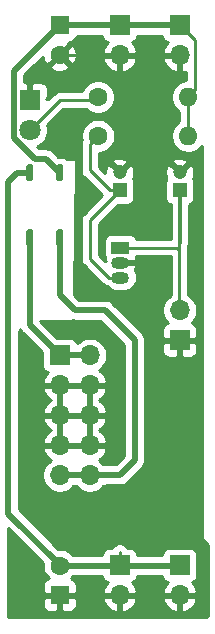
<source format=gtl>
%TF.GenerationSoftware,KiCad,Pcbnew,(5.1.10-1-10_14)*%
%TF.CreationDate,2021-06-08T13:14:51-07:00*%
%TF.ProjectId,EurorackBBPS,4575726f-7261-4636-9b42-4250532e6b69,rev?*%
%TF.SameCoordinates,Original*%
%TF.FileFunction,Copper,L1,Top*%
%TF.FilePolarity,Positive*%
%FSLAX46Y46*%
G04 Gerber Fmt 4.6, Leading zero omitted, Abs format (unit mm)*
G04 Created by KiCad (PCBNEW (5.1.10-1-10_14)) date 2021-06-08 13:14:51*
%MOMM*%
%LPD*%
G01*
G04 APERTURE LIST*
%TA.AperFunction,ComponentPad*%
%ADD10O,1.600000X1.600000*%
%TD*%
%TA.AperFunction,ComponentPad*%
%ADD11C,1.600000*%
%TD*%
%TA.AperFunction,ComponentPad*%
%ADD12C,1.800000*%
%TD*%
%TA.AperFunction,ComponentPad*%
%ADD13R,1.800000X1.800000*%
%TD*%
%TA.AperFunction,ComponentPad*%
%ADD14C,1.200000*%
%TD*%
%TA.AperFunction,ComponentPad*%
%ADD15R,1.200000X1.200000*%
%TD*%
%TA.AperFunction,ComponentPad*%
%ADD16O,1.700000X1.700000*%
%TD*%
%TA.AperFunction,ComponentPad*%
%ADD17R,1.700000X1.700000*%
%TD*%
%TA.AperFunction,ComponentPad*%
%ADD18R,1.500000X1.050000*%
%TD*%
%TA.AperFunction,ComponentPad*%
%ADD19O,1.500000X1.050000*%
%TD*%
%TA.AperFunction,ComponentPad*%
%ADD20R,1.600000X1.600000*%
%TD*%
%TA.AperFunction,Conductor*%
%ADD21C,0.250000*%
%TD*%
%TA.AperFunction,Conductor*%
%ADD22C,0.500000*%
%TD*%
%TA.AperFunction,Conductor*%
%ADD23C,0.254000*%
%TD*%
%TA.AperFunction,Conductor*%
%ADD24C,0.100000*%
%TD*%
G04 APERTURE END LIST*
D10*
%TO.P,R1,2*%
%TO.N,+12V*%
X159476017Y-85556638D03*
D11*
%TO.P,R1,1*%
%TO.N,Net-(C3-Pad1)*%
X151856017Y-85556638D03*
%TD*%
D10*
%TO.P,R2,2*%
%TO.N,+12V*%
X159458035Y-82283880D03*
D11*
%TO.P,R2,1*%
%TO.N,Net-(D1-Pad2)*%
X151838035Y-82283880D03*
%TD*%
D12*
%TO.P,PWR,2*%
%TO.N,Net-(D1-Pad2)*%
X146050000Y-85090000D03*
D13*
%TO.P,PWR,1*%
%TO.N,GND*%
X146050000Y-82550000D03*
%TD*%
D14*
%TO.P,C4,2*%
%TO.N,GND*%
X158750000Y-88670000D03*
D15*
%TO.P,C4,1*%
%TO.N,+5V*%
X158750000Y-90170000D03*
%TD*%
D14*
%TO.P,C3,2*%
%TO.N,GND*%
X153670000Y-88670000D03*
D15*
%TO.P,C3,1*%
%TO.N,Net-(C3-Pad1)*%
X153670000Y-90170000D03*
%TD*%
%TO.P,MB1S,4*%
%TO.N,Net-(BR1-Pad4)*%
%TA.AperFunction,SMDPad,CuDef*%
G36*
G01*
X148452500Y-93465000D02*
X148727500Y-93465000D01*
G75*
G02*
X148865000Y-93602500I0J-137500D01*
G01*
X148865000Y-94777500D01*
G75*
G02*
X148727500Y-94915000I-137500J0D01*
G01*
X148452500Y-94915000D01*
G75*
G02*
X148315000Y-94777500I0J137500D01*
G01*
X148315000Y-93602500D01*
G75*
G02*
X148452500Y-93465000I137500J0D01*
G01*
G37*
%TD.AperFunction*%
%TO.P,MB1S,3*%
%TO.N,Net-(BR1-Pad3)*%
%TA.AperFunction,SMDPad,CuDef*%
G36*
G01*
X145912500Y-93465000D02*
X146187500Y-93465000D01*
G75*
G02*
X146325000Y-93602500I0J-137500D01*
G01*
X146325000Y-94777500D01*
G75*
G02*
X146187500Y-94915000I-137500J0D01*
G01*
X145912500Y-94915000D01*
G75*
G02*
X145775000Y-94777500I0J137500D01*
G01*
X145775000Y-93602500D01*
G75*
G02*
X145912500Y-93465000I137500J0D01*
G01*
G37*
%TD.AperFunction*%
%TO.P,MB1S,2*%
%TO.N,-12V*%
%TA.AperFunction,SMDPad,CuDef*%
G36*
G01*
X145912500Y-87965000D02*
X146187500Y-87965000D01*
G75*
G02*
X146325000Y-88102500I0J-137500D01*
G01*
X146325000Y-89277500D01*
G75*
G02*
X146187500Y-89415000I-137500J0D01*
G01*
X145912500Y-89415000D01*
G75*
G02*
X145775000Y-89277500I0J137500D01*
G01*
X145775000Y-88102500D01*
G75*
G02*
X145912500Y-87965000I137500J0D01*
G01*
G37*
%TD.AperFunction*%
%TO.P,MB1S,1*%
%TO.N,+12V*%
%TA.AperFunction,SMDPad,CuDef*%
G36*
G01*
X148452500Y-87965000D02*
X148727500Y-87965000D01*
G75*
G02*
X148865000Y-88102500I0J-137500D01*
G01*
X148865000Y-89277500D01*
G75*
G02*
X148727500Y-89415000I-137500J0D01*
G01*
X148452500Y-89415000D01*
G75*
G02*
X148315000Y-89277500I0J137500D01*
G01*
X148315000Y-88102500D01*
G75*
G02*
X148452500Y-87965000I137500J0D01*
G01*
G37*
%TD.AperFunction*%
%TD*%
D16*
%TO.P,J1,10*%
%TO.N,Net-(BR1-Pad4)*%
X151130000Y-114300000D03*
%TO.P,J1,9*%
X148590000Y-114300000D03*
%TO.P,J1,8*%
%TO.N,GND*%
X151130000Y-111760000D03*
%TO.P,J1,7*%
X148590000Y-111760000D03*
%TO.P,J1,6*%
X151130000Y-109220000D03*
%TO.P,J1,5*%
X148590000Y-109220000D03*
%TO.P,J1,4*%
X151130000Y-106680000D03*
%TO.P,J1,3*%
X148590000Y-106680000D03*
%TO.P,J1,2*%
%TO.N,Net-(BR1-Pad3)*%
X151130000Y-104140000D03*
D17*
%TO.P,J1,1*%
X148590000Y-104140000D03*
%TD*%
D18*
%TO.P,78L05,1*%
%TO.N,+5V*%
X153724612Y-95023392D03*
D19*
%TO.P,78L05,3*%
%TO.N,Net-(C3-Pad1)*%
X153724612Y-97563392D03*
%TO.P,78L05,2*%
%TO.N,GND*%
X153724612Y-96293392D03*
%TD*%
D16*
%TO.P,GND,2*%
%TO.N,+5V*%
X158750000Y-100330000D03*
D17*
%TO.P,GND,1*%
%TO.N,GND*%
X158750000Y-102870000D03*
%TD*%
D20*
%TO.P,C2,1*%
%TO.N,GND*%
X148590000Y-124460000D03*
D11*
%TO.P,C2,2*%
%TO.N,-12V*%
X148590000Y-121960000D03*
%TD*%
%TO.P,C1,2*%
%TO.N,GND*%
X148590000Y-78700000D03*
D20*
%TO.P,C1,1*%
%TO.N,+12V*%
X148590000Y-76200000D03*
%TD*%
D17*
%TO.P,J2,1*%
%TO.N,+12V*%
X153670000Y-76200000D03*
D16*
%TO.P,J2,2*%
%TO.N,GND*%
X153670000Y-78740000D03*
%TD*%
%TO.P,J3,2*%
%TO.N,GND*%
X158750000Y-78740000D03*
D17*
%TO.P,J3,1*%
%TO.N,+12V*%
X158750000Y-76200000D03*
%TD*%
%TO.P,J4,1*%
%TO.N,-12V*%
X158750000Y-121920000D03*
D16*
%TO.P,J4,2*%
%TO.N,GND*%
X158750000Y-124460000D03*
%TD*%
%TO.P,J5,2*%
%TO.N,GND*%
X153670000Y-124460000D03*
D17*
%TO.P,J5,1*%
%TO.N,-12V*%
X153670000Y-121920000D03*
%TD*%
D21*
%TO.N,+12V*%
X158750000Y-76200000D02*
X153670000Y-76200000D01*
X153670000Y-76200000D02*
X148590000Y-76200000D01*
D22*
X148590000Y-76200000D02*
X158750000Y-76200000D01*
X148590000Y-76200000D02*
X147339999Y-77450001D01*
X144699999Y-85738001D02*
X144699999Y-80090001D01*
X146476988Y-87514990D02*
X144699999Y-85738001D01*
X144699999Y-80090001D02*
X148590000Y-76200000D01*
X147414990Y-87514990D02*
X146476988Y-87514990D01*
X148590000Y-88690000D02*
X147414990Y-87514990D01*
D21*
X158750000Y-76200000D02*
X160020000Y-77470000D01*
X160020000Y-82017549D02*
X159464441Y-82573108D01*
X159476017Y-82301862D02*
X159458035Y-82283880D01*
X159476017Y-85556638D02*
X159476017Y-82301862D01*
X160020000Y-81721915D02*
X159458035Y-82283880D01*
X160020000Y-77470000D02*
X160020000Y-81721915D01*
%TO.N,GND*%
X148630000Y-78740000D02*
X148590000Y-78700000D01*
X158750000Y-78740000D02*
X148630000Y-78740000D01*
%TO.N,-12V*%
X153630000Y-121960000D02*
X153670000Y-121920000D01*
X153670000Y-120814829D02*
X153670000Y-121920000D01*
D22*
X146050000Y-88690000D02*
X144990000Y-88690000D01*
X144990000Y-88690000D02*
X144217499Y-89462501D01*
X144217499Y-89462501D02*
X144217499Y-117547499D01*
X148590000Y-121920000D02*
X148590000Y-121960000D01*
X144217499Y-117547499D02*
X148590000Y-121920000D01*
X158710000Y-121960000D02*
X158750000Y-121920000D01*
X148590000Y-121960000D02*
X158710000Y-121960000D01*
D21*
%TO.N,+5V*%
X158750000Y-90170000D02*
X158750000Y-94627175D01*
X158730305Y-90189695D02*
X158750000Y-90170000D01*
X158523392Y-95023392D02*
X158730305Y-95230305D01*
X153724612Y-95023392D02*
X158523392Y-95023392D01*
X158730305Y-95230305D02*
X158730305Y-90189695D01*
X158730305Y-100330000D02*
X158730305Y-95230305D01*
D22*
%TO.N,Net-(BR1-Pad4)*%
X148590000Y-114300000D02*
X151130000Y-114300000D01*
X149860000Y-100330000D02*
X148590000Y-99060000D01*
X152400000Y-100330000D02*
X149860000Y-100330000D01*
X154940000Y-102870000D02*
X152400000Y-100330000D01*
X148590000Y-99060000D02*
X148590000Y-94190000D01*
X154940000Y-113030000D02*
X154940000Y-102870000D01*
X153700001Y-114269999D02*
X154940000Y-113030000D01*
X152430001Y-114269999D02*
X153700001Y-114269999D01*
X152400000Y-114300000D02*
X152430001Y-114269999D01*
X151130000Y-114300000D02*
X152400000Y-114300000D01*
%TO.N,Net-(BR1-Pad3)*%
X148590000Y-104140000D02*
X151130000Y-104140000D01*
X146050000Y-101600000D02*
X148590000Y-104140000D01*
X146050000Y-94190000D02*
X146050000Y-101600000D01*
D21*
%TO.N,Net-(C3-Pad1)*%
X151130000Y-95968780D02*
X152724612Y-97563392D01*
X151130000Y-92710000D02*
X151130000Y-95968780D01*
X152724612Y-97563392D02*
X153724612Y-97563392D01*
X153670000Y-90170000D02*
X151130000Y-92710000D01*
X152820000Y-90170000D02*
X151130000Y-88480000D01*
X153670000Y-90170000D02*
X152820000Y-90170000D01*
X151130000Y-86282655D02*
X151856017Y-85556638D01*
X151130000Y-88480000D02*
X151130000Y-86282655D01*
%TO.N,Net-(D1-Pad2)*%
X151821333Y-82550000D02*
X151844441Y-82573108D01*
X146050000Y-85090000D02*
X148590000Y-82550000D01*
X151571915Y-82550000D02*
X151838035Y-82283880D01*
X148590000Y-82550000D02*
X151571915Y-82550000D01*
%TD*%
D23*
%TO.N,GND*%
X152194188Y-77174482D02*
X152230498Y-77294180D01*
X152289463Y-77404494D01*
X152368815Y-77501185D01*
X152465506Y-77580537D01*
X152575820Y-77639502D01*
X152656466Y-77663966D01*
X152572412Y-77739731D01*
X152398359Y-77973080D01*
X152273175Y-78235901D01*
X152228524Y-78383110D01*
X152349845Y-78613000D01*
X153543000Y-78613000D01*
X153543000Y-78593000D01*
X153797000Y-78593000D01*
X153797000Y-78613000D01*
X154990155Y-78613000D01*
X155111476Y-78383110D01*
X155066825Y-78235901D01*
X154941641Y-77973080D01*
X154767588Y-77739731D01*
X154683534Y-77663966D01*
X154764180Y-77639502D01*
X154874494Y-77580537D01*
X154971185Y-77501185D01*
X155050537Y-77404494D01*
X155109502Y-77294180D01*
X155145812Y-77174482D01*
X155154625Y-77085000D01*
X157265375Y-77085000D01*
X157274188Y-77174482D01*
X157310498Y-77294180D01*
X157369463Y-77404494D01*
X157448815Y-77501185D01*
X157545506Y-77580537D01*
X157655820Y-77639502D01*
X157736466Y-77663966D01*
X157652412Y-77739731D01*
X157478359Y-77973080D01*
X157353175Y-78235901D01*
X157308524Y-78383110D01*
X157429845Y-78613000D01*
X158623000Y-78613000D01*
X158623000Y-78593000D01*
X158877000Y-78593000D01*
X158877000Y-78613000D01*
X158897000Y-78613000D01*
X158897000Y-78867000D01*
X158877000Y-78867000D01*
X158877000Y-80060814D01*
X159106891Y-80181481D01*
X159260001Y-80127168D01*
X159260001Y-80860158D01*
X159039461Y-80904027D01*
X158778308Y-81012200D01*
X158543276Y-81169243D01*
X158343398Y-81369121D01*
X158186355Y-81604153D01*
X158078182Y-81865306D01*
X158023035Y-82142545D01*
X158023035Y-82425215D01*
X158078182Y-82702454D01*
X158186355Y-82963607D01*
X158343398Y-83198639D01*
X158543276Y-83398517D01*
X158716018Y-83513939D01*
X158716017Y-84338594D01*
X158561258Y-84442001D01*
X158361380Y-84641879D01*
X158204337Y-84876911D01*
X158096164Y-85138064D01*
X158041017Y-85415303D01*
X158041017Y-85697973D01*
X158096164Y-85975212D01*
X158204337Y-86236365D01*
X158361380Y-86471397D01*
X158561258Y-86671275D01*
X158796290Y-86828318D01*
X159057443Y-86936491D01*
X159334682Y-86991638D01*
X159617352Y-86991638D01*
X159894591Y-86936491D01*
X160155744Y-86828318D01*
X160390776Y-86671275D01*
X160590654Y-86471397D01*
X160630001Y-86412510D01*
X160630000Y-119347591D01*
X160626808Y-119380000D01*
X160630000Y-119412409D01*
X160630000Y-119412418D01*
X160639550Y-119509382D01*
X160677290Y-119633792D01*
X160738575Y-119748450D01*
X160786689Y-119807076D01*
X160821052Y-119848948D01*
X160846236Y-119869616D01*
X161163000Y-120186380D01*
X161163000Y-126193620D01*
X161016620Y-126340000D01*
X144170000Y-126340000D01*
X144170000Y-125260000D01*
X147151928Y-125260000D01*
X147164188Y-125384482D01*
X147200498Y-125504180D01*
X147259463Y-125614494D01*
X147338815Y-125711185D01*
X147435506Y-125790537D01*
X147545820Y-125849502D01*
X147665518Y-125885812D01*
X147790000Y-125898072D01*
X148304250Y-125895000D01*
X148463000Y-125736250D01*
X148463000Y-124587000D01*
X148717000Y-124587000D01*
X148717000Y-125736250D01*
X148875750Y-125895000D01*
X149390000Y-125898072D01*
X149514482Y-125885812D01*
X149634180Y-125849502D01*
X149744494Y-125790537D01*
X149841185Y-125711185D01*
X149920537Y-125614494D01*
X149979502Y-125504180D01*
X150015812Y-125384482D01*
X150028072Y-125260000D01*
X150025425Y-124816890D01*
X152228524Y-124816890D01*
X152273175Y-124964099D01*
X152398359Y-125226920D01*
X152572412Y-125460269D01*
X152788645Y-125655178D01*
X153038748Y-125804157D01*
X153313109Y-125901481D01*
X153543000Y-125780814D01*
X153543000Y-124587000D01*
X153797000Y-124587000D01*
X153797000Y-125780814D01*
X154026891Y-125901481D01*
X154301252Y-125804157D01*
X154551355Y-125655178D01*
X154767588Y-125460269D01*
X154941641Y-125226920D01*
X155066825Y-124964099D01*
X155111476Y-124816890D01*
X157308524Y-124816890D01*
X157353175Y-124964099D01*
X157478359Y-125226920D01*
X157652412Y-125460269D01*
X157868645Y-125655178D01*
X158118748Y-125804157D01*
X158393109Y-125901481D01*
X158623000Y-125780814D01*
X158623000Y-124587000D01*
X158877000Y-124587000D01*
X158877000Y-125780814D01*
X159106891Y-125901481D01*
X159381252Y-125804157D01*
X159631355Y-125655178D01*
X159847588Y-125460269D01*
X160021641Y-125226920D01*
X160146825Y-124964099D01*
X160191476Y-124816890D01*
X160070155Y-124587000D01*
X158877000Y-124587000D01*
X158623000Y-124587000D01*
X157429845Y-124587000D01*
X157308524Y-124816890D01*
X155111476Y-124816890D01*
X154990155Y-124587000D01*
X153797000Y-124587000D01*
X153543000Y-124587000D01*
X152349845Y-124587000D01*
X152228524Y-124816890D01*
X150025425Y-124816890D01*
X150025000Y-124745750D01*
X149866250Y-124587000D01*
X148717000Y-124587000D01*
X148463000Y-124587000D01*
X147313750Y-124587000D01*
X147155000Y-124745750D01*
X147151928Y-125260000D01*
X144170000Y-125260000D01*
X144170000Y-118751578D01*
X147168619Y-121750198D01*
X147155000Y-121818665D01*
X147155000Y-122101335D01*
X147210147Y-122378574D01*
X147318320Y-122639727D01*
X147475363Y-122874759D01*
X147641943Y-123041339D01*
X147545820Y-123070498D01*
X147435506Y-123129463D01*
X147338815Y-123208815D01*
X147259463Y-123305506D01*
X147200498Y-123415820D01*
X147164188Y-123535518D01*
X147151928Y-123660000D01*
X147155000Y-124174250D01*
X147313750Y-124333000D01*
X148463000Y-124333000D01*
X148463000Y-124313000D01*
X148717000Y-124313000D01*
X148717000Y-124333000D01*
X149866250Y-124333000D01*
X150025000Y-124174250D01*
X150028072Y-123660000D01*
X150015812Y-123535518D01*
X149979502Y-123415820D01*
X149920537Y-123305506D01*
X149841185Y-123208815D01*
X149744494Y-123129463D01*
X149634180Y-123070498D01*
X149538057Y-123041339D01*
X149704637Y-122874759D01*
X149724521Y-122845000D01*
X152189315Y-122845000D01*
X152194188Y-122894482D01*
X152230498Y-123014180D01*
X152289463Y-123124494D01*
X152368815Y-123221185D01*
X152465506Y-123300537D01*
X152575820Y-123359502D01*
X152656466Y-123383966D01*
X152572412Y-123459731D01*
X152398359Y-123693080D01*
X152273175Y-123955901D01*
X152228524Y-124103110D01*
X152349845Y-124333000D01*
X153543000Y-124333000D01*
X153543000Y-124313000D01*
X153797000Y-124313000D01*
X153797000Y-124333000D01*
X154990155Y-124333000D01*
X155111476Y-124103110D01*
X155066825Y-123955901D01*
X154941641Y-123693080D01*
X154767588Y-123459731D01*
X154683534Y-123383966D01*
X154764180Y-123359502D01*
X154874494Y-123300537D01*
X154971185Y-123221185D01*
X155050537Y-123124494D01*
X155109502Y-123014180D01*
X155145812Y-122894482D01*
X155150685Y-122845000D01*
X157269315Y-122845000D01*
X157274188Y-122894482D01*
X157310498Y-123014180D01*
X157369463Y-123124494D01*
X157448815Y-123221185D01*
X157545506Y-123300537D01*
X157655820Y-123359502D01*
X157736466Y-123383966D01*
X157652412Y-123459731D01*
X157478359Y-123693080D01*
X157353175Y-123955901D01*
X157308524Y-124103110D01*
X157429845Y-124333000D01*
X158623000Y-124333000D01*
X158623000Y-124313000D01*
X158877000Y-124313000D01*
X158877000Y-124333000D01*
X160070155Y-124333000D01*
X160191476Y-124103110D01*
X160146825Y-123955901D01*
X160021641Y-123693080D01*
X159847588Y-123459731D01*
X159763534Y-123383966D01*
X159844180Y-123359502D01*
X159954494Y-123300537D01*
X160051185Y-123221185D01*
X160130537Y-123124494D01*
X160189502Y-123014180D01*
X160225812Y-122894482D01*
X160238072Y-122770000D01*
X160238072Y-121070000D01*
X160225812Y-120945518D01*
X160189502Y-120825820D01*
X160130537Y-120715506D01*
X160051185Y-120618815D01*
X159954494Y-120539463D01*
X159844180Y-120480498D01*
X159724482Y-120444188D01*
X159600000Y-120431928D01*
X157900000Y-120431928D01*
X157775518Y-120444188D01*
X157655820Y-120480498D01*
X157545506Y-120539463D01*
X157448815Y-120618815D01*
X157369463Y-120715506D01*
X157310498Y-120825820D01*
X157274188Y-120945518D01*
X157261928Y-121070000D01*
X157261928Y-121075000D01*
X155158072Y-121075000D01*
X155158072Y-121070000D01*
X155145812Y-120945518D01*
X155109502Y-120825820D01*
X155050537Y-120715506D01*
X154971185Y-120618815D01*
X154874494Y-120539463D01*
X154764180Y-120480498D01*
X154644482Y-120444188D01*
X154520000Y-120431928D01*
X154327090Y-120431928D01*
X154304974Y-120390553D01*
X154210001Y-120274828D01*
X154094275Y-120179855D01*
X153962246Y-120109283D01*
X153818985Y-120065826D01*
X153670000Y-120051152D01*
X153521014Y-120065826D01*
X153377753Y-120109283D01*
X153245724Y-120179855D01*
X153129999Y-120274828D01*
X153035026Y-120390554D01*
X153012911Y-120431928D01*
X152820000Y-120431928D01*
X152695518Y-120444188D01*
X152575820Y-120480498D01*
X152465506Y-120539463D01*
X152368815Y-120618815D01*
X152289463Y-120715506D01*
X152230498Y-120825820D01*
X152194188Y-120945518D01*
X152181928Y-121070000D01*
X152181928Y-121075000D01*
X149724521Y-121075000D01*
X149704637Y-121045241D01*
X149504759Y-120845363D01*
X149269727Y-120688320D01*
X149008574Y-120580147D01*
X148731335Y-120525000D01*
X148448665Y-120525000D01*
X148446925Y-120525346D01*
X145102499Y-117180921D01*
X145102499Y-109576890D01*
X147148524Y-109576890D01*
X147193175Y-109724099D01*
X147318359Y-109986920D01*
X147492412Y-110220269D01*
X147708645Y-110415178D01*
X147834255Y-110490000D01*
X147708645Y-110564822D01*
X147492412Y-110759731D01*
X147318359Y-110993080D01*
X147193175Y-111255901D01*
X147148524Y-111403110D01*
X147269845Y-111633000D01*
X148463000Y-111633000D01*
X148463000Y-109347000D01*
X148717000Y-109347000D01*
X148717000Y-111633000D01*
X151003000Y-111633000D01*
X151003000Y-109347000D01*
X151257000Y-109347000D01*
X151257000Y-111633000D01*
X152450155Y-111633000D01*
X152571476Y-111403110D01*
X152526825Y-111255901D01*
X152401641Y-110993080D01*
X152227588Y-110759731D01*
X152011355Y-110564822D01*
X151885745Y-110490000D01*
X152011355Y-110415178D01*
X152227588Y-110220269D01*
X152401641Y-109986920D01*
X152526825Y-109724099D01*
X152571476Y-109576890D01*
X152450155Y-109347000D01*
X151257000Y-109347000D01*
X151003000Y-109347000D01*
X148717000Y-109347000D01*
X148463000Y-109347000D01*
X147269845Y-109347000D01*
X147148524Y-109576890D01*
X145102499Y-109576890D01*
X145102499Y-107036890D01*
X147148524Y-107036890D01*
X147193175Y-107184099D01*
X147318359Y-107446920D01*
X147492412Y-107680269D01*
X147708645Y-107875178D01*
X147834255Y-107950000D01*
X147708645Y-108024822D01*
X147492412Y-108219731D01*
X147318359Y-108453080D01*
X147193175Y-108715901D01*
X147148524Y-108863110D01*
X147269845Y-109093000D01*
X148463000Y-109093000D01*
X148463000Y-106807000D01*
X148717000Y-106807000D01*
X148717000Y-109093000D01*
X151003000Y-109093000D01*
X151003000Y-106807000D01*
X151257000Y-106807000D01*
X151257000Y-109093000D01*
X152450155Y-109093000D01*
X152571476Y-108863110D01*
X152526825Y-108715901D01*
X152401641Y-108453080D01*
X152227588Y-108219731D01*
X152011355Y-108024822D01*
X151885745Y-107950000D01*
X152011355Y-107875178D01*
X152227588Y-107680269D01*
X152401641Y-107446920D01*
X152526825Y-107184099D01*
X152571476Y-107036890D01*
X152450155Y-106807000D01*
X151257000Y-106807000D01*
X151003000Y-106807000D01*
X148717000Y-106807000D01*
X148463000Y-106807000D01*
X147269845Y-106807000D01*
X147148524Y-107036890D01*
X145102499Y-107036890D01*
X145102499Y-102137868D01*
X145235760Y-101954060D01*
X145310590Y-102094059D01*
X145393468Y-102195046D01*
X145393471Y-102195049D01*
X145421184Y-102228817D01*
X145454951Y-102256529D01*
X147101928Y-103903507D01*
X147101928Y-104990000D01*
X147114188Y-105114482D01*
X147150498Y-105234180D01*
X147209463Y-105344494D01*
X147288815Y-105441185D01*
X147385506Y-105520537D01*
X147495820Y-105579502D01*
X147576466Y-105603966D01*
X147492412Y-105679731D01*
X147318359Y-105913080D01*
X147193175Y-106175901D01*
X147148524Y-106323110D01*
X147269845Y-106553000D01*
X148463000Y-106553000D01*
X148463000Y-106533000D01*
X148717000Y-106533000D01*
X148717000Y-106553000D01*
X151003000Y-106553000D01*
X151003000Y-106533000D01*
X151257000Y-106533000D01*
X151257000Y-106553000D01*
X152450155Y-106553000D01*
X152571476Y-106323110D01*
X152526825Y-106175901D01*
X152401641Y-105913080D01*
X152227588Y-105679731D01*
X152011355Y-105484822D01*
X151894466Y-105415195D01*
X152076632Y-105293475D01*
X152283475Y-105086632D01*
X152445990Y-104843411D01*
X152557932Y-104573158D01*
X152615000Y-104286260D01*
X152615000Y-103993740D01*
X152557932Y-103706842D01*
X152445990Y-103436589D01*
X152283475Y-103193368D01*
X152076632Y-102986525D01*
X151833411Y-102824010D01*
X151563158Y-102712068D01*
X151276260Y-102655000D01*
X150983740Y-102655000D01*
X150696842Y-102712068D01*
X150426589Y-102824010D01*
X150183368Y-102986525D01*
X150051513Y-103118380D01*
X150029502Y-103045820D01*
X149970537Y-102935506D01*
X149891185Y-102838815D01*
X149794494Y-102759463D01*
X149684180Y-102700498D01*
X149564482Y-102664188D01*
X149440000Y-102651928D01*
X148353507Y-102651928D01*
X146935000Y-101233422D01*
X146935000Y-101225461D01*
X149626149Y-101204918D01*
X149647778Y-101202895D01*
X149668960Y-101196871D01*
X149686510Y-101202195D01*
X149816523Y-101215000D01*
X149816533Y-101215000D01*
X149859999Y-101219281D01*
X149903465Y-101215000D01*
X152033422Y-101215000D01*
X154055001Y-103236580D01*
X154055000Y-112663421D01*
X153333423Y-113384999D01*
X152473470Y-113384999D01*
X152430001Y-113380718D01*
X152386532Y-113384999D01*
X152386524Y-113384999D01*
X152309668Y-113392569D01*
X152283475Y-113353368D01*
X152076632Y-113146525D01*
X151894466Y-113024805D01*
X152011355Y-112955178D01*
X152227588Y-112760269D01*
X152401641Y-112526920D01*
X152526825Y-112264099D01*
X152571476Y-112116890D01*
X152450155Y-111887000D01*
X151257000Y-111887000D01*
X151257000Y-111907000D01*
X151003000Y-111907000D01*
X151003000Y-111887000D01*
X148717000Y-111887000D01*
X148717000Y-111907000D01*
X148463000Y-111907000D01*
X148463000Y-111887000D01*
X147269845Y-111887000D01*
X147148524Y-112116890D01*
X147193175Y-112264099D01*
X147318359Y-112526920D01*
X147492412Y-112760269D01*
X147708645Y-112955178D01*
X147825534Y-113024805D01*
X147643368Y-113146525D01*
X147436525Y-113353368D01*
X147274010Y-113596589D01*
X147162068Y-113866842D01*
X147105000Y-114153740D01*
X147105000Y-114446260D01*
X147162068Y-114733158D01*
X147274010Y-115003411D01*
X147436525Y-115246632D01*
X147643368Y-115453475D01*
X147886589Y-115615990D01*
X148156842Y-115727932D01*
X148443740Y-115785000D01*
X148736260Y-115785000D01*
X149023158Y-115727932D01*
X149293411Y-115615990D01*
X149536632Y-115453475D01*
X149743475Y-115246632D01*
X149784656Y-115185000D01*
X149935344Y-115185000D01*
X149976525Y-115246632D01*
X150183368Y-115453475D01*
X150426589Y-115615990D01*
X150696842Y-115727932D01*
X150983740Y-115785000D01*
X151276260Y-115785000D01*
X151563158Y-115727932D01*
X151833411Y-115615990D01*
X152076632Y-115453475D01*
X152283475Y-115246632D01*
X152324656Y-115185000D01*
X152356531Y-115185000D01*
X152400000Y-115189281D01*
X152443469Y-115185000D01*
X152443477Y-115185000D01*
X152573490Y-115172195D01*
X152630177Y-115154999D01*
X153656532Y-115154999D01*
X153700001Y-115159280D01*
X153743470Y-115154999D01*
X153743478Y-115154999D01*
X153873491Y-115142194D01*
X154040314Y-115091588D01*
X154194060Y-115009410D01*
X154328818Y-114898816D01*
X154356535Y-114865043D01*
X155535050Y-113686529D01*
X155568817Y-113658817D01*
X155679411Y-113524059D01*
X155761589Y-113370313D01*
X155812195Y-113203490D01*
X155825000Y-113073477D01*
X155825000Y-113073467D01*
X155829281Y-113030001D01*
X155825000Y-112986535D01*
X155825000Y-103720000D01*
X157261928Y-103720000D01*
X157274188Y-103844482D01*
X157310498Y-103964180D01*
X157369463Y-104074494D01*
X157448815Y-104171185D01*
X157545506Y-104250537D01*
X157655820Y-104309502D01*
X157775518Y-104345812D01*
X157900000Y-104358072D01*
X158464250Y-104355000D01*
X158623000Y-104196250D01*
X158623000Y-102997000D01*
X158877000Y-102997000D01*
X158877000Y-104196250D01*
X159035750Y-104355000D01*
X159600000Y-104358072D01*
X159724482Y-104345812D01*
X159844180Y-104309502D01*
X159954494Y-104250537D01*
X160051185Y-104171185D01*
X160130537Y-104074494D01*
X160189502Y-103964180D01*
X160225812Y-103844482D01*
X160238072Y-103720000D01*
X160235000Y-103155750D01*
X160076250Y-102997000D01*
X158877000Y-102997000D01*
X158623000Y-102997000D01*
X157423750Y-102997000D01*
X157265000Y-103155750D01*
X157261928Y-103720000D01*
X155825000Y-103720000D01*
X155825000Y-102913465D01*
X155829281Y-102869999D01*
X155825000Y-102826533D01*
X155825000Y-102826523D01*
X155812195Y-102696510D01*
X155761589Y-102529687D01*
X155679411Y-102375941D01*
X155649431Y-102339411D01*
X155596532Y-102274953D01*
X155596530Y-102274951D01*
X155568817Y-102241183D01*
X155535049Y-102213470D01*
X153056534Y-99734956D01*
X153028817Y-99701183D01*
X152894059Y-99590589D01*
X152740313Y-99508411D01*
X152573490Y-99457805D01*
X152443477Y-99445000D01*
X152443469Y-99445000D01*
X152400000Y-99440719D01*
X152356531Y-99445000D01*
X150226579Y-99445000D01*
X149788365Y-99006786D01*
X149986981Y-87632217D01*
X149984560Y-87605224D01*
X149977333Y-87581399D01*
X149965597Y-87559443D01*
X149949803Y-87540197D01*
X149930557Y-87524403D01*
X149908601Y-87512667D01*
X149884776Y-87505440D01*
X149860000Y-87503000D01*
X149213662Y-87503000D01*
X149158385Y-87457635D01*
X149024299Y-87385965D01*
X148878807Y-87341830D01*
X148727500Y-87326928D01*
X148478506Y-87326928D01*
X148071524Y-86919946D01*
X148043807Y-86886173D01*
X147909049Y-86775579D01*
X147755303Y-86693401D01*
X147588480Y-86642795D01*
X147458467Y-86629990D01*
X147458459Y-86629990D01*
X147414990Y-86625709D01*
X147371521Y-86629990D01*
X146843567Y-86629990D01*
X146697037Y-86483460D01*
X146777095Y-86450299D01*
X147027991Y-86282655D01*
X150366324Y-86282655D01*
X150370001Y-86319987D01*
X150370000Y-88442677D01*
X150366324Y-88480000D01*
X150370000Y-88517322D01*
X150370000Y-88517332D01*
X150380997Y-88628985D01*
X150399506Y-88690001D01*
X150424454Y-88772246D01*
X150495026Y-88904276D01*
X150517720Y-88931928D01*
X150589999Y-89020001D01*
X150619003Y-89043804D01*
X152170198Y-90595000D01*
X150619003Y-92146196D01*
X150589999Y-92169999D01*
X150534871Y-92237174D01*
X150495026Y-92285724D01*
X150424455Y-92417753D01*
X150424454Y-92417754D01*
X150380997Y-92561015D01*
X150370000Y-92672668D01*
X150370000Y-92672678D01*
X150366324Y-92710000D01*
X150370000Y-92747323D01*
X150370001Y-95931448D01*
X150366324Y-95968780D01*
X150380998Y-96117765D01*
X150424454Y-96261026D01*
X150495026Y-96393056D01*
X150566201Y-96479782D01*
X150590000Y-96508781D01*
X150618998Y-96532579D01*
X152160813Y-98074395D01*
X152184611Y-98103393D01*
X152213609Y-98127191D01*
X152300335Y-98198366D01*
X152432365Y-98268938D01*
X152575626Y-98312395D01*
X152617024Y-98316472D01*
X152675400Y-98387604D01*
X152852033Y-98532563D01*
X153053552Y-98640277D01*
X153272212Y-98706607D01*
X153442633Y-98723392D01*
X154006591Y-98723392D01*
X154177012Y-98706607D01*
X154395672Y-98640277D01*
X154597191Y-98532563D01*
X154773824Y-98387604D01*
X154918783Y-98210971D01*
X155026497Y-98009452D01*
X155092827Y-97790792D01*
X155115224Y-97563392D01*
X155092827Y-97335992D01*
X155026497Y-97117332D01*
X154925683Y-96928723D01*
X154966887Y-96870274D01*
X155059884Y-96660729D01*
X155068576Y-96599202D01*
X154942775Y-96420392D01*
X154177721Y-96420392D01*
X154177012Y-96420177D01*
X154006591Y-96403392D01*
X153577612Y-96403392D01*
X153577612Y-96186464D01*
X154474612Y-96186464D01*
X154599094Y-96174204D01*
X154624847Y-96166392D01*
X154942775Y-96166392D01*
X155068576Y-95987582D01*
X155059884Y-95926055D01*
X155029436Y-95857449D01*
X155064114Y-95792572D01*
X155066899Y-95783392D01*
X157970306Y-95783392D01*
X157970305Y-99064981D01*
X157803368Y-99176525D01*
X157596525Y-99383368D01*
X157434010Y-99626589D01*
X157322068Y-99896842D01*
X157265000Y-100183740D01*
X157265000Y-100476260D01*
X157322068Y-100763158D01*
X157434010Y-101033411D01*
X157596525Y-101276632D01*
X157728380Y-101408487D01*
X157655820Y-101430498D01*
X157545506Y-101489463D01*
X157448815Y-101568815D01*
X157369463Y-101665506D01*
X157310498Y-101775820D01*
X157274188Y-101895518D01*
X157261928Y-102020000D01*
X157265000Y-102584250D01*
X157423750Y-102743000D01*
X158623000Y-102743000D01*
X158623000Y-102723000D01*
X158877000Y-102723000D01*
X158877000Y-102743000D01*
X160076250Y-102743000D01*
X160235000Y-102584250D01*
X160238072Y-102020000D01*
X160225812Y-101895518D01*
X160189502Y-101775820D01*
X160130537Y-101665506D01*
X160051185Y-101568815D01*
X159954494Y-101489463D01*
X159844180Y-101430498D01*
X159771620Y-101408487D01*
X159903475Y-101276632D01*
X160065990Y-101033411D01*
X160177932Y-100763158D01*
X160235000Y-100476260D01*
X160235000Y-100183740D01*
X160177932Y-99896842D01*
X160065990Y-99626589D01*
X159903475Y-99383368D01*
X159696632Y-99176525D01*
X159490305Y-99038662D01*
X159490305Y-95267627D01*
X159493981Y-95230304D01*
X159490305Y-95192981D01*
X159490305Y-94804835D01*
X159499003Y-94776161D01*
X159510000Y-94664508D01*
X159510000Y-91385038D01*
X159594180Y-91359502D01*
X159704494Y-91300537D01*
X159801185Y-91221185D01*
X159880537Y-91124494D01*
X159939502Y-91014180D01*
X159975812Y-90894482D01*
X159988072Y-90770000D01*
X159988072Y-89570000D01*
X159975812Y-89445518D01*
X159939502Y-89325820D01*
X159880537Y-89215506D01*
X159866432Y-89198319D01*
X159924237Y-89071484D01*
X159980000Y-88834687D01*
X159988495Y-88591562D01*
X159949395Y-88351451D01*
X159864202Y-88123582D01*
X159823348Y-88047148D01*
X159599764Y-87999841D01*
X158929605Y-88670000D01*
X158943748Y-88684143D01*
X158764143Y-88863748D01*
X158750000Y-88849605D01*
X158735858Y-88863748D01*
X158556253Y-88684143D01*
X158570395Y-88670000D01*
X157900236Y-87999841D01*
X157676652Y-88047148D01*
X157575763Y-88268516D01*
X157520000Y-88505313D01*
X157511505Y-88748438D01*
X157550605Y-88988549D01*
X157630451Y-89202117D01*
X157619463Y-89215506D01*
X157560498Y-89325820D01*
X157524188Y-89445518D01*
X157511928Y-89570000D01*
X157511928Y-90770000D01*
X157524188Y-90894482D01*
X157560498Y-91014180D01*
X157619463Y-91124494D01*
X157698815Y-91221185D01*
X157795506Y-91300537D01*
X157905820Y-91359502D01*
X157970306Y-91379064D01*
X157970305Y-94263392D01*
X155066899Y-94263392D01*
X155064114Y-94254212D01*
X155005149Y-94143898D01*
X154925797Y-94047207D01*
X154829106Y-93967855D01*
X154718792Y-93908890D01*
X154599094Y-93872580D01*
X154474612Y-93860320D01*
X152974612Y-93860320D01*
X152850130Y-93872580D01*
X152730432Y-93908890D01*
X152620118Y-93967855D01*
X152523427Y-94047207D01*
X152444075Y-94143898D01*
X152385110Y-94254212D01*
X152348800Y-94373910D01*
X152336540Y-94498392D01*
X152336540Y-95548392D01*
X152348800Y-95672874D01*
X152385110Y-95792572D01*
X152419788Y-95857449D01*
X152389340Y-95926055D01*
X152380648Y-95987582D01*
X152506448Y-96166390D01*
X152402412Y-96166390D01*
X151890000Y-95653979D01*
X151890000Y-93024801D01*
X153506730Y-91408072D01*
X154270000Y-91408072D01*
X154394482Y-91395812D01*
X154514180Y-91359502D01*
X154624494Y-91300537D01*
X154721185Y-91221185D01*
X154800537Y-91124494D01*
X154859502Y-91014180D01*
X154895812Y-90894482D01*
X154908072Y-90770000D01*
X154908072Y-89570000D01*
X154895812Y-89445518D01*
X154859502Y-89325820D01*
X154800537Y-89215506D01*
X154786432Y-89198319D01*
X154844237Y-89071484D01*
X154900000Y-88834687D01*
X154908495Y-88591562D01*
X154869395Y-88351451D01*
X154784202Y-88123582D01*
X154743348Y-88047148D01*
X154519764Y-87999841D01*
X153849605Y-88670000D01*
X153863748Y-88684143D01*
X153684143Y-88863748D01*
X153670000Y-88849605D01*
X153655858Y-88863748D01*
X153476253Y-88684143D01*
X153490395Y-88670000D01*
X152820236Y-87999841D01*
X152596652Y-88047148D01*
X152495763Y-88268516D01*
X152440000Y-88505313D01*
X152432914Y-88708113D01*
X151890000Y-88165199D01*
X151890000Y-87820236D01*
X152999841Y-87820236D01*
X153670000Y-88490395D01*
X154340159Y-87820236D01*
X158079841Y-87820236D01*
X158750000Y-88490395D01*
X159420159Y-87820236D01*
X159372852Y-87596652D01*
X159151484Y-87495763D01*
X158914687Y-87440000D01*
X158671562Y-87431505D01*
X158431451Y-87470605D01*
X158203582Y-87555798D01*
X158127148Y-87596652D01*
X158079841Y-87820236D01*
X154340159Y-87820236D01*
X154292852Y-87596652D01*
X154071484Y-87495763D01*
X153834687Y-87440000D01*
X153591562Y-87431505D01*
X153351451Y-87470605D01*
X153123582Y-87555798D01*
X153047148Y-87596652D01*
X152999841Y-87820236D01*
X151890000Y-87820236D01*
X151890000Y-86991638D01*
X151997352Y-86991638D01*
X152274591Y-86936491D01*
X152535744Y-86828318D01*
X152770776Y-86671275D01*
X152970654Y-86471397D01*
X153127697Y-86236365D01*
X153235870Y-85975212D01*
X153291017Y-85697973D01*
X153291017Y-85415303D01*
X153235870Y-85138064D01*
X153127697Y-84876911D01*
X152970654Y-84641879D01*
X152770776Y-84442001D01*
X152535744Y-84284958D01*
X152274591Y-84176785D01*
X151997352Y-84121638D01*
X151714682Y-84121638D01*
X151437443Y-84176785D01*
X151176290Y-84284958D01*
X150941258Y-84442001D01*
X150741380Y-84641879D01*
X150584337Y-84876911D01*
X150476164Y-85138064D01*
X150421017Y-85415303D01*
X150421017Y-85697973D01*
X150464343Y-85915783D01*
X150424454Y-85990409D01*
X150380998Y-86133670D01*
X150366324Y-86282655D01*
X147027991Y-86282655D01*
X147028505Y-86282312D01*
X147242312Y-86068505D01*
X147410299Y-85817095D01*
X147526011Y-85537743D01*
X147585000Y-85241184D01*
X147585000Y-84938816D01*
X147533731Y-84681070D01*
X148904803Y-83310000D01*
X150834759Y-83310000D01*
X150923276Y-83398517D01*
X151158308Y-83555560D01*
X151419461Y-83663733D01*
X151696700Y-83718880D01*
X151979370Y-83718880D01*
X152256609Y-83663733D01*
X152517762Y-83555560D01*
X152752794Y-83398517D01*
X152952672Y-83198639D01*
X153109715Y-82963607D01*
X153217888Y-82702454D01*
X153273035Y-82425215D01*
X153273035Y-82142545D01*
X153217888Y-81865306D01*
X153109715Y-81604153D01*
X152952672Y-81369121D01*
X152752794Y-81169243D01*
X152517762Y-81012200D01*
X152256609Y-80904027D01*
X151979370Y-80848880D01*
X151696700Y-80848880D01*
X151419461Y-80904027D01*
X151158308Y-81012200D01*
X150923276Y-81169243D01*
X150723398Y-81369121D01*
X150566355Y-81604153D01*
X150489375Y-81790000D01*
X148627322Y-81790000D01*
X148589999Y-81786324D01*
X148552676Y-81790000D01*
X148552667Y-81790000D01*
X148441014Y-81800997D01*
X148297753Y-81844454D01*
X148165724Y-81915026D01*
X148165722Y-81915027D01*
X148165723Y-81915027D01*
X148078996Y-81986201D01*
X148078992Y-81986205D01*
X148049999Y-82009999D01*
X148026205Y-82038992D01*
X147585000Y-82480198D01*
X147585000Y-82422998D01*
X147426252Y-82422998D01*
X147585000Y-82264250D01*
X147588072Y-81650000D01*
X147575812Y-81525518D01*
X147539502Y-81405820D01*
X147480537Y-81295506D01*
X147401185Y-81198815D01*
X147304494Y-81119463D01*
X147194180Y-81060498D01*
X147074482Y-81024188D01*
X146950000Y-81011928D01*
X146335750Y-81015000D01*
X146177000Y-81173750D01*
X146177000Y-82423000D01*
X146197000Y-82423000D01*
X146197000Y-82677000D01*
X146177000Y-82677000D01*
X146177000Y-82697000D01*
X145923000Y-82697000D01*
X145923000Y-82677000D01*
X145903000Y-82677000D01*
X145903000Y-82423000D01*
X145923000Y-82423000D01*
X145923000Y-81173750D01*
X145764250Y-81015000D01*
X145584999Y-81014104D01*
X145584999Y-80456579D01*
X146348876Y-79692702D01*
X147776903Y-79692702D01*
X147848486Y-79936671D01*
X148103996Y-80057571D01*
X148378184Y-80126300D01*
X148660512Y-80140217D01*
X148940130Y-80098787D01*
X149206292Y-80003603D01*
X149331514Y-79936671D01*
X149403097Y-79692702D01*
X148590000Y-78879605D01*
X147776903Y-79692702D01*
X146348876Y-79692702D01*
X147165434Y-78876144D01*
X147191213Y-79050130D01*
X147286397Y-79316292D01*
X147353329Y-79441514D01*
X147597298Y-79513097D01*
X148410395Y-78700000D01*
X148769605Y-78700000D01*
X149582702Y-79513097D01*
X149826671Y-79441514D01*
X149947571Y-79186004D01*
X149969908Y-79096890D01*
X152228524Y-79096890D01*
X152273175Y-79244099D01*
X152398359Y-79506920D01*
X152572412Y-79740269D01*
X152788645Y-79935178D01*
X153038748Y-80084157D01*
X153313109Y-80181481D01*
X153543000Y-80060814D01*
X153543000Y-78867000D01*
X153797000Y-78867000D01*
X153797000Y-80060814D01*
X154026891Y-80181481D01*
X154301252Y-80084157D01*
X154551355Y-79935178D01*
X154767588Y-79740269D01*
X154941641Y-79506920D01*
X155066825Y-79244099D01*
X155111476Y-79096890D01*
X157308524Y-79096890D01*
X157353175Y-79244099D01*
X157478359Y-79506920D01*
X157652412Y-79740269D01*
X157868645Y-79935178D01*
X158118748Y-80084157D01*
X158393109Y-80181481D01*
X158623000Y-80060814D01*
X158623000Y-78867000D01*
X157429845Y-78867000D01*
X157308524Y-79096890D01*
X155111476Y-79096890D01*
X154990155Y-78867000D01*
X153797000Y-78867000D01*
X153543000Y-78867000D01*
X152349845Y-78867000D01*
X152228524Y-79096890D01*
X149969908Y-79096890D01*
X150016300Y-78911816D01*
X150030217Y-78629488D01*
X149988787Y-78349870D01*
X149893603Y-78083708D01*
X149826671Y-77958486D01*
X149582702Y-77886903D01*
X148769605Y-78700000D01*
X148410395Y-78700000D01*
X148396253Y-78685858D01*
X148575858Y-78506253D01*
X148590000Y-78520395D01*
X149403097Y-77707298D01*
X149382785Y-77638072D01*
X149390000Y-77638072D01*
X149514482Y-77625812D01*
X149634180Y-77589502D01*
X149744494Y-77530537D01*
X149841185Y-77451185D01*
X149920537Y-77354494D01*
X149979502Y-77244180D01*
X150015812Y-77124482D01*
X150019701Y-77085000D01*
X152185375Y-77085000D01*
X152194188Y-77174482D01*
%TA.AperFunction,Conductor*%
D24*
G36*
X152194188Y-77174482D02*
G01*
X152230498Y-77294180D01*
X152289463Y-77404494D01*
X152368815Y-77501185D01*
X152465506Y-77580537D01*
X152575820Y-77639502D01*
X152656466Y-77663966D01*
X152572412Y-77739731D01*
X152398359Y-77973080D01*
X152273175Y-78235901D01*
X152228524Y-78383110D01*
X152349845Y-78613000D01*
X153543000Y-78613000D01*
X153543000Y-78593000D01*
X153797000Y-78593000D01*
X153797000Y-78613000D01*
X154990155Y-78613000D01*
X155111476Y-78383110D01*
X155066825Y-78235901D01*
X154941641Y-77973080D01*
X154767588Y-77739731D01*
X154683534Y-77663966D01*
X154764180Y-77639502D01*
X154874494Y-77580537D01*
X154971185Y-77501185D01*
X155050537Y-77404494D01*
X155109502Y-77294180D01*
X155145812Y-77174482D01*
X155154625Y-77085000D01*
X157265375Y-77085000D01*
X157274188Y-77174482D01*
X157310498Y-77294180D01*
X157369463Y-77404494D01*
X157448815Y-77501185D01*
X157545506Y-77580537D01*
X157655820Y-77639502D01*
X157736466Y-77663966D01*
X157652412Y-77739731D01*
X157478359Y-77973080D01*
X157353175Y-78235901D01*
X157308524Y-78383110D01*
X157429845Y-78613000D01*
X158623000Y-78613000D01*
X158623000Y-78593000D01*
X158877000Y-78593000D01*
X158877000Y-78613000D01*
X158897000Y-78613000D01*
X158897000Y-78867000D01*
X158877000Y-78867000D01*
X158877000Y-80060814D01*
X159106891Y-80181481D01*
X159260001Y-80127168D01*
X159260001Y-80860158D01*
X159039461Y-80904027D01*
X158778308Y-81012200D01*
X158543276Y-81169243D01*
X158343398Y-81369121D01*
X158186355Y-81604153D01*
X158078182Y-81865306D01*
X158023035Y-82142545D01*
X158023035Y-82425215D01*
X158078182Y-82702454D01*
X158186355Y-82963607D01*
X158343398Y-83198639D01*
X158543276Y-83398517D01*
X158716018Y-83513939D01*
X158716017Y-84338594D01*
X158561258Y-84442001D01*
X158361380Y-84641879D01*
X158204337Y-84876911D01*
X158096164Y-85138064D01*
X158041017Y-85415303D01*
X158041017Y-85697973D01*
X158096164Y-85975212D01*
X158204337Y-86236365D01*
X158361380Y-86471397D01*
X158561258Y-86671275D01*
X158796290Y-86828318D01*
X159057443Y-86936491D01*
X159334682Y-86991638D01*
X159617352Y-86991638D01*
X159894591Y-86936491D01*
X160155744Y-86828318D01*
X160390776Y-86671275D01*
X160590654Y-86471397D01*
X160630001Y-86412510D01*
X160630000Y-119347591D01*
X160626808Y-119380000D01*
X160630000Y-119412409D01*
X160630000Y-119412418D01*
X160639550Y-119509382D01*
X160677290Y-119633792D01*
X160738575Y-119748450D01*
X160786689Y-119807076D01*
X160821052Y-119848948D01*
X160846236Y-119869616D01*
X161163000Y-120186380D01*
X161163000Y-126193620D01*
X161016620Y-126340000D01*
X144170000Y-126340000D01*
X144170000Y-125260000D01*
X147151928Y-125260000D01*
X147164188Y-125384482D01*
X147200498Y-125504180D01*
X147259463Y-125614494D01*
X147338815Y-125711185D01*
X147435506Y-125790537D01*
X147545820Y-125849502D01*
X147665518Y-125885812D01*
X147790000Y-125898072D01*
X148304250Y-125895000D01*
X148463000Y-125736250D01*
X148463000Y-124587000D01*
X148717000Y-124587000D01*
X148717000Y-125736250D01*
X148875750Y-125895000D01*
X149390000Y-125898072D01*
X149514482Y-125885812D01*
X149634180Y-125849502D01*
X149744494Y-125790537D01*
X149841185Y-125711185D01*
X149920537Y-125614494D01*
X149979502Y-125504180D01*
X150015812Y-125384482D01*
X150028072Y-125260000D01*
X150025425Y-124816890D01*
X152228524Y-124816890D01*
X152273175Y-124964099D01*
X152398359Y-125226920D01*
X152572412Y-125460269D01*
X152788645Y-125655178D01*
X153038748Y-125804157D01*
X153313109Y-125901481D01*
X153543000Y-125780814D01*
X153543000Y-124587000D01*
X153797000Y-124587000D01*
X153797000Y-125780814D01*
X154026891Y-125901481D01*
X154301252Y-125804157D01*
X154551355Y-125655178D01*
X154767588Y-125460269D01*
X154941641Y-125226920D01*
X155066825Y-124964099D01*
X155111476Y-124816890D01*
X157308524Y-124816890D01*
X157353175Y-124964099D01*
X157478359Y-125226920D01*
X157652412Y-125460269D01*
X157868645Y-125655178D01*
X158118748Y-125804157D01*
X158393109Y-125901481D01*
X158623000Y-125780814D01*
X158623000Y-124587000D01*
X158877000Y-124587000D01*
X158877000Y-125780814D01*
X159106891Y-125901481D01*
X159381252Y-125804157D01*
X159631355Y-125655178D01*
X159847588Y-125460269D01*
X160021641Y-125226920D01*
X160146825Y-124964099D01*
X160191476Y-124816890D01*
X160070155Y-124587000D01*
X158877000Y-124587000D01*
X158623000Y-124587000D01*
X157429845Y-124587000D01*
X157308524Y-124816890D01*
X155111476Y-124816890D01*
X154990155Y-124587000D01*
X153797000Y-124587000D01*
X153543000Y-124587000D01*
X152349845Y-124587000D01*
X152228524Y-124816890D01*
X150025425Y-124816890D01*
X150025000Y-124745750D01*
X149866250Y-124587000D01*
X148717000Y-124587000D01*
X148463000Y-124587000D01*
X147313750Y-124587000D01*
X147155000Y-124745750D01*
X147151928Y-125260000D01*
X144170000Y-125260000D01*
X144170000Y-118751578D01*
X147168619Y-121750198D01*
X147155000Y-121818665D01*
X147155000Y-122101335D01*
X147210147Y-122378574D01*
X147318320Y-122639727D01*
X147475363Y-122874759D01*
X147641943Y-123041339D01*
X147545820Y-123070498D01*
X147435506Y-123129463D01*
X147338815Y-123208815D01*
X147259463Y-123305506D01*
X147200498Y-123415820D01*
X147164188Y-123535518D01*
X147151928Y-123660000D01*
X147155000Y-124174250D01*
X147313750Y-124333000D01*
X148463000Y-124333000D01*
X148463000Y-124313000D01*
X148717000Y-124313000D01*
X148717000Y-124333000D01*
X149866250Y-124333000D01*
X150025000Y-124174250D01*
X150028072Y-123660000D01*
X150015812Y-123535518D01*
X149979502Y-123415820D01*
X149920537Y-123305506D01*
X149841185Y-123208815D01*
X149744494Y-123129463D01*
X149634180Y-123070498D01*
X149538057Y-123041339D01*
X149704637Y-122874759D01*
X149724521Y-122845000D01*
X152189315Y-122845000D01*
X152194188Y-122894482D01*
X152230498Y-123014180D01*
X152289463Y-123124494D01*
X152368815Y-123221185D01*
X152465506Y-123300537D01*
X152575820Y-123359502D01*
X152656466Y-123383966D01*
X152572412Y-123459731D01*
X152398359Y-123693080D01*
X152273175Y-123955901D01*
X152228524Y-124103110D01*
X152349845Y-124333000D01*
X153543000Y-124333000D01*
X153543000Y-124313000D01*
X153797000Y-124313000D01*
X153797000Y-124333000D01*
X154990155Y-124333000D01*
X155111476Y-124103110D01*
X155066825Y-123955901D01*
X154941641Y-123693080D01*
X154767588Y-123459731D01*
X154683534Y-123383966D01*
X154764180Y-123359502D01*
X154874494Y-123300537D01*
X154971185Y-123221185D01*
X155050537Y-123124494D01*
X155109502Y-123014180D01*
X155145812Y-122894482D01*
X155150685Y-122845000D01*
X157269315Y-122845000D01*
X157274188Y-122894482D01*
X157310498Y-123014180D01*
X157369463Y-123124494D01*
X157448815Y-123221185D01*
X157545506Y-123300537D01*
X157655820Y-123359502D01*
X157736466Y-123383966D01*
X157652412Y-123459731D01*
X157478359Y-123693080D01*
X157353175Y-123955901D01*
X157308524Y-124103110D01*
X157429845Y-124333000D01*
X158623000Y-124333000D01*
X158623000Y-124313000D01*
X158877000Y-124313000D01*
X158877000Y-124333000D01*
X160070155Y-124333000D01*
X160191476Y-124103110D01*
X160146825Y-123955901D01*
X160021641Y-123693080D01*
X159847588Y-123459731D01*
X159763534Y-123383966D01*
X159844180Y-123359502D01*
X159954494Y-123300537D01*
X160051185Y-123221185D01*
X160130537Y-123124494D01*
X160189502Y-123014180D01*
X160225812Y-122894482D01*
X160238072Y-122770000D01*
X160238072Y-121070000D01*
X160225812Y-120945518D01*
X160189502Y-120825820D01*
X160130537Y-120715506D01*
X160051185Y-120618815D01*
X159954494Y-120539463D01*
X159844180Y-120480498D01*
X159724482Y-120444188D01*
X159600000Y-120431928D01*
X157900000Y-120431928D01*
X157775518Y-120444188D01*
X157655820Y-120480498D01*
X157545506Y-120539463D01*
X157448815Y-120618815D01*
X157369463Y-120715506D01*
X157310498Y-120825820D01*
X157274188Y-120945518D01*
X157261928Y-121070000D01*
X157261928Y-121075000D01*
X155158072Y-121075000D01*
X155158072Y-121070000D01*
X155145812Y-120945518D01*
X155109502Y-120825820D01*
X155050537Y-120715506D01*
X154971185Y-120618815D01*
X154874494Y-120539463D01*
X154764180Y-120480498D01*
X154644482Y-120444188D01*
X154520000Y-120431928D01*
X154327090Y-120431928D01*
X154304974Y-120390553D01*
X154210001Y-120274828D01*
X154094275Y-120179855D01*
X153962246Y-120109283D01*
X153818985Y-120065826D01*
X153670000Y-120051152D01*
X153521014Y-120065826D01*
X153377753Y-120109283D01*
X153245724Y-120179855D01*
X153129999Y-120274828D01*
X153035026Y-120390554D01*
X153012911Y-120431928D01*
X152820000Y-120431928D01*
X152695518Y-120444188D01*
X152575820Y-120480498D01*
X152465506Y-120539463D01*
X152368815Y-120618815D01*
X152289463Y-120715506D01*
X152230498Y-120825820D01*
X152194188Y-120945518D01*
X152181928Y-121070000D01*
X152181928Y-121075000D01*
X149724521Y-121075000D01*
X149704637Y-121045241D01*
X149504759Y-120845363D01*
X149269727Y-120688320D01*
X149008574Y-120580147D01*
X148731335Y-120525000D01*
X148448665Y-120525000D01*
X148446925Y-120525346D01*
X145102499Y-117180921D01*
X145102499Y-109576890D01*
X147148524Y-109576890D01*
X147193175Y-109724099D01*
X147318359Y-109986920D01*
X147492412Y-110220269D01*
X147708645Y-110415178D01*
X147834255Y-110490000D01*
X147708645Y-110564822D01*
X147492412Y-110759731D01*
X147318359Y-110993080D01*
X147193175Y-111255901D01*
X147148524Y-111403110D01*
X147269845Y-111633000D01*
X148463000Y-111633000D01*
X148463000Y-109347000D01*
X148717000Y-109347000D01*
X148717000Y-111633000D01*
X151003000Y-111633000D01*
X151003000Y-109347000D01*
X151257000Y-109347000D01*
X151257000Y-111633000D01*
X152450155Y-111633000D01*
X152571476Y-111403110D01*
X152526825Y-111255901D01*
X152401641Y-110993080D01*
X152227588Y-110759731D01*
X152011355Y-110564822D01*
X151885745Y-110490000D01*
X152011355Y-110415178D01*
X152227588Y-110220269D01*
X152401641Y-109986920D01*
X152526825Y-109724099D01*
X152571476Y-109576890D01*
X152450155Y-109347000D01*
X151257000Y-109347000D01*
X151003000Y-109347000D01*
X148717000Y-109347000D01*
X148463000Y-109347000D01*
X147269845Y-109347000D01*
X147148524Y-109576890D01*
X145102499Y-109576890D01*
X145102499Y-107036890D01*
X147148524Y-107036890D01*
X147193175Y-107184099D01*
X147318359Y-107446920D01*
X147492412Y-107680269D01*
X147708645Y-107875178D01*
X147834255Y-107950000D01*
X147708645Y-108024822D01*
X147492412Y-108219731D01*
X147318359Y-108453080D01*
X147193175Y-108715901D01*
X147148524Y-108863110D01*
X147269845Y-109093000D01*
X148463000Y-109093000D01*
X148463000Y-106807000D01*
X148717000Y-106807000D01*
X148717000Y-109093000D01*
X151003000Y-109093000D01*
X151003000Y-106807000D01*
X151257000Y-106807000D01*
X151257000Y-109093000D01*
X152450155Y-109093000D01*
X152571476Y-108863110D01*
X152526825Y-108715901D01*
X152401641Y-108453080D01*
X152227588Y-108219731D01*
X152011355Y-108024822D01*
X151885745Y-107950000D01*
X152011355Y-107875178D01*
X152227588Y-107680269D01*
X152401641Y-107446920D01*
X152526825Y-107184099D01*
X152571476Y-107036890D01*
X152450155Y-106807000D01*
X151257000Y-106807000D01*
X151003000Y-106807000D01*
X148717000Y-106807000D01*
X148463000Y-106807000D01*
X147269845Y-106807000D01*
X147148524Y-107036890D01*
X145102499Y-107036890D01*
X145102499Y-102137868D01*
X145235760Y-101954060D01*
X145310590Y-102094059D01*
X145393468Y-102195046D01*
X145393471Y-102195049D01*
X145421184Y-102228817D01*
X145454951Y-102256529D01*
X147101928Y-103903507D01*
X147101928Y-104990000D01*
X147114188Y-105114482D01*
X147150498Y-105234180D01*
X147209463Y-105344494D01*
X147288815Y-105441185D01*
X147385506Y-105520537D01*
X147495820Y-105579502D01*
X147576466Y-105603966D01*
X147492412Y-105679731D01*
X147318359Y-105913080D01*
X147193175Y-106175901D01*
X147148524Y-106323110D01*
X147269845Y-106553000D01*
X148463000Y-106553000D01*
X148463000Y-106533000D01*
X148717000Y-106533000D01*
X148717000Y-106553000D01*
X151003000Y-106553000D01*
X151003000Y-106533000D01*
X151257000Y-106533000D01*
X151257000Y-106553000D01*
X152450155Y-106553000D01*
X152571476Y-106323110D01*
X152526825Y-106175901D01*
X152401641Y-105913080D01*
X152227588Y-105679731D01*
X152011355Y-105484822D01*
X151894466Y-105415195D01*
X152076632Y-105293475D01*
X152283475Y-105086632D01*
X152445990Y-104843411D01*
X152557932Y-104573158D01*
X152615000Y-104286260D01*
X152615000Y-103993740D01*
X152557932Y-103706842D01*
X152445990Y-103436589D01*
X152283475Y-103193368D01*
X152076632Y-102986525D01*
X151833411Y-102824010D01*
X151563158Y-102712068D01*
X151276260Y-102655000D01*
X150983740Y-102655000D01*
X150696842Y-102712068D01*
X150426589Y-102824010D01*
X150183368Y-102986525D01*
X150051513Y-103118380D01*
X150029502Y-103045820D01*
X149970537Y-102935506D01*
X149891185Y-102838815D01*
X149794494Y-102759463D01*
X149684180Y-102700498D01*
X149564482Y-102664188D01*
X149440000Y-102651928D01*
X148353507Y-102651928D01*
X146935000Y-101233422D01*
X146935000Y-101225461D01*
X149626149Y-101204918D01*
X149647778Y-101202895D01*
X149668960Y-101196871D01*
X149686510Y-101202195D01*
X149816523Y-101215000D01*
X149816533Y-101215000D01*
X149859999Y-101219281D01*
X149903465Y-101215000D01*
X152033422Y-101215000D01*
X154055001Y-103236580D01*
X154055000Y-112663421D01*
X153333423Y-113384999D01*
X152473470Y-113384999D01*
X152430001Y-113380718D01*
X152386532Y-113384999D01*
X152386524Y-113384999D01*
X152309668Y-113392569D01*
X152283475Y-113353368D01*
X152076632Y-113146525D01*
X151894466Y-113024805D01*
X152011355Y-112955178D01*
X152227588Y-112760269D01*
X152401641Y-112526920D01*
X152526825Y-112264099D01*
X152571476Y-112116890D01*
X152450155Y-111887000D01*
X151257000Y-111887000D01*
X151257000Y-111907000D01*
X151003000Y-111907000D01*
X151003000Y-111887000D01*
X148717000Y-111887000D01*
X148717000Y-111907000D01*
X148463000Y-111907000D01*
X148463000Y-111887000D01*
X147269845Y-111887000D01*
X147148524Y-112116890D01*
X147193175Y-112264099D01*
X147318359Y-112526920D01*
X147492412Y-112760269D01*
X147708645Y-112955178D01*
X147825534Y-113024805D01*
X147643368Y-113146525D01*
X147436525Y-113353368D01*
X147274010Y-113596589D01*
X147162068Y-113866842D01*
X147105000Y-114153740D01*
X147105000Y-114446260D01*
X147162068Y-114733158D01*
X147274010Y-115003411D01*
X147436525Y-115246632D01*
X147643368Y-115453475D01*
X147886589Y-115615990D01*
X148156842Y-115727932D01*
X148443740Y-115785000D01*
X148736260Y-115785000D01*
X149023158Y-115727932D01*
X149293411Y-115615990D01*
X149536632Y-115453475D01*
X149743475Y-115246632D01*
X149784656Y-115185000D01*
X149935344Y-115185000D01*
X149976525Y-115246632D01*
X150183368Y-115453475D01*
X150426589Y-115615990D01*
X150696842Y-115727932D01*
X150983740Y-115785000D01*
X151276260Y-115785000D01*
X151563158Y-115727932D01*
X151833411Y-115615990D01*
X152076632Y-115453475D01*
X152283475Y-115246632D01*
X152324656Y-115185000D01*
X152356531Y-115185000D01*
X152400000Y-115189281D01*
X152443469Y-115185000D01*
X152443477Y-115185000D01*
X152573490Y-115172195D01*
X152630177Y-115154999D01*
X153656532Y-115154999D01*
X153700001Y-115159280D01*
X153743470Y-115154999D01*
X153743478Y-115154999D01*
X153873491Y-115142194D01*
X154040314Y-115091588D01*
X154194060Y-115009410D01*
X154328818Y-114898816D01*
X154356535Y-114865043D01*
X155535050Y-113686529D01*
X155568817Y-113658817D01*
X155679411Y-113524059D01*
X155761589Y-113370313D01*
X155812195Y-113203490D01*
X155825000Y-113073477D01*
X155825000Y-113073467D01*
X155829281Y-113030001D01*
X155825000Y-112986535D01*
X155825000Y-103720000D01*
X157261928Y-103720000D01*
X157274188Y-103844482D01*
X157310498Y-103964180D01*
X157369463Y-104074494D01*
X157448815Y-104171185D01*
X157545506Y-104250537D01*
X157655820Y-104309502D01*
X157775518Y-104345812D01*
X157900000Y-104358072D01*
X158464250Y-104355000D01*
X158623000Y-104196250D01*
X158623000Y-102997000D01*
X158877000Y-102997000D01*
X158877000Y-104196250D01*
X159035750Y-104355000D01*
X159600000Y-104358072D01*
X159724482Y-104345812D01*
X159844180Y-104309502D01*
X159954494Y-104250537D01*
X160051185Y-104171185D01*
X160130537Y-104074494D01*
X160189502Y-103964180D01*
X160225812Y-103844482D01*
X160238072Y-103720000D01*
X160235000Y-103155750D01*
X160076250Y-102997000D01*
X158877000Y-102997000D01*
X158623000Y-102997000D01*
X157423750Y-102997000D01*
X157265000Y-103155750D01*
X157261928Y-103720000D01*
X155825000Y-103720000D01*
X155825000Y-102913465D01*
X155829281Y-102869999D01*
X155825000Y-102826533D01*
X155825000Y-102826523D01*
X155812195Y-102696510D01*
X155761589Y-102529687D01*
X155679411Y-102375941D01*
X155649431Y-102339411D01*
X155596532Y-102274953D01*
X155596530Y-102274951D01*
X155568817Y-102241183D01*
X155535049Y-102213470D01*
X153056534Y-99734956D01*
X153028817Y-99701183D01*
X152894059Y-99590589D01*
X152740313Y-99508411D01*
X152573490Y-99457805D01*
X152443477Y-99445000D01*
X152443469Y-99445000D01*
X152400000Y-99440719D01*
X152356531Y-99445000D01*
X150226579Y-99445000D01*
X149788365Y-99006786D01*
X149986981Y-87632217D01*
X149984560Y-87605224D01*
X149977333Y-87581399D01*
X149965597Y-87559443D01*
X149949803Y-87540197D01*
X149930557Y-87524403D01*
X149908601Y-87512667D01*
X149884776Y-87505440D01*
X149860000Y-87503000D01*
X149213662Y-87503000D01*
X149158385Y-87457635D01*
X149024299Y-87385965D01*
X148878807Y-87341830D01*
X148727500Y-87326928D01*
X148478506Y-87326928D01*
X148071524Y-86919946D01*
X148043807Y-86886173D01*
X147909049Y-86775579D01*
X147755303Y-86693401D01*
X147588480Y-86642795D01*
X147458467Y-86629990D01*
X147458459Y-86629990D01*
X147414990Y-86625709D01*
X147371521Y-86629990D01*
X146843567Y-86629990D01*
X146697037Y-86483460D01*
X146777095Y-86450299D01*
X147027991Y-86282655D01*
X150366324Y-86282655D01*
X150370001Y-86319987D01*
X150370000Y-88442677D01*
X150366324Y-88480000D01*
X150370000Y-88517322D01*
X150370000Y-88517332D01*
X150380997Y-88628985D01*
X150399506Y-88690001D01*
X150424454Y-88772246D01*
X150495026Y-88904276D01*
X150517720Y-88931928D01*
X150589999Y-89020001D01*
X150619003Y-89043804D01*
X152170198Y-90595000D01*
X150619003Y-92146196D01*
X150589999Y-92169999D01*
X150534871Y-92237174D01*
X150495026Y-92285724D01*
X150424455Y-92417753D01*
X150424454Y-92417754D01*
X150380997Y-92561015D01*
X150370000Y-92672668D01*
X150370000Y-92672678D01*
X150366324Y-92710000D01*
X150370000Y-92747323D01*
X150370001Y-95931448D01*
X150366324Y-95968780D01*
X150380998Y-96117765D01*
X150424454Y-96261026D01*
X150495026Y-96393056D01*
X150566201Y-96479782D01*
X150590000Y-96508781D01*
X150618998Y-96532579D01*
X152160813Y-98074395D01*
X152184611Y-98103393D01*
X152213609Y-98127191D01*
X152300335Y-98198366D01*
X152432365Y-98268938D01*
X152575626Y-98312395D01*
X152617024Y-98316472D01*
X152675400Y-98387604D01*
X152852033Y-98532563D01*
X153053552Y-98640277D01*
X153272212Y-98706607D01*
X153442633Y-98723392D01*
X154006591Y-98723392D01*
X154177012Y-98706607D01*
X154395672Y-98640277D01*
X154597191Y-98532563D01*
X154773824Y-98387604D01*
X154918783Y-98210971D01*
X155026497Y-98009452D01*
X155092827Y-97790792D01*
X155115224Y-97563392D01*
X155092827Y-97335992D01*
X155026497Y-97117332D01*
X154925683Y-96928723D01*
X154966887Y-96870274D01*
X155059884Y-96660729D01*
X155068576Y-96599202D01*
X154942775Y-96420392D01*
X154177721Y-96420392D01*
X154177012Y-96420177D01*
X154006591Y-96403392D01*
X153577612Y-96403392D01*
X153577612Y-96186464D01*
X154474612Y-96186464D01*
X154599094Y-96174204D01*
X154624847Y-96166392D01*
X154942775Y-96166392D01*
X155068576Y-95987582D01*
X155059884Y-95926055D01*
X155029436Y-95857449D01*
X155064114Y-95792572D01*
X155066899Y-95783392D01*
X157970306Y-95783392D01*
X157970305Y-99064981D01*
X157803368Y-99176525D01*
X157596525Y-99383368D01*
X157434010Y-99626589D01*
X157322068Y-99896842D01*
X157265000Y-100183740D01*
X157265000Y-100476260D01*
X157322068Y-100763158D01*
X157434010Y-101033411D01*
X157596525Y-101276632D01*
X157728380Y-101408487D01*
X157655820Y-101430498D01*
X157545506Y-101489463D01*
X157448815Y-101568815D01*
X157369463Y-101665506D01*
X157310498Y-101775820D01*
X157274188Y-101895518D01*
X157261928Y-102020000D01*
X157265000Y-102584250D01*
X157423750Y-102743000D01*
X158623000Y-102743000D01*
X158623000Y-102723000D01*
X158877000Y-102723000D01*
X158877000Y-102743000D01*
X160076250Y-102743000D01*
X160235000Y-102584250D01*
X160238072Y-102020000D01*
X160225812Y-101895518D01*
X160189502Y-101775820D01*
X160130537Y-101665506D01*
X160051185Y-101568815D01*
X159954494Y-101489463D01*
X159844180Y-101430498D01*
X159771620Y-101408487D01*
X159903475Y-101276632D01*
X160065990Y-101033411D01*
X160177932Y-100763158D01*
X160235000Y-100476260D01*
X160235000Y-100183740D01*
X160177932Y-99896842D01*
X160065990Y-99626589D01*
X159903475Y-99383368D01*
X159696632Y-99176525D01*
X159490305Y-99038662D01*
X159490305Y-95267627D01*
X159493981Y-95230304D01*
X159490305Y-95192981D01*
X159490305Y-94804835D01*
X159499003Y-94776161D01*
X159510000Y-94664508D01*
X159510000Y-91385038D01*
X159594180Y-91359502D01*
X159704494Y-91300537D01*
X159801185Y-91221185D01*
X159880537Y-91124494D01*
X159939502Y-91014180D01*
X159975812Y-90894482D01*
X159988072Y-90770000D01*
X159988072Y-89570000D01*
X159975812Y-89445518D01*
X159939502Y-89325820D01*
X159880537Y-89215506D01*
X159866432Y-89198319D01*
X159924237Y-89071484D01*
X159980000Y-88834687D01*
X159988495Y-88591562D01*
X159949395Y-88351451D01*
X159864202Y-88123582D01*
X159823348Y-88047148D01*
X159599764Y-87999841D01*
X158929605Y-88670000D01*
X158943748Y-88684143D01*
X158764143Y-88863748D01*
X158750000Y-88849605D01*
X158735858Y-88863748D01*
X158556253Y-88684143D01*
X158570395Y-88670000D01*
X157900236Y-87999841D01*
X157676652Y-88047148D01*
X157575763Y-88268516D01*
X157520000Y-88505313D01*
X157511505Y-88748438D01*
X157550605Y-88988549D01*
X157630451Y-89202117D01*
X157619463Y-89215506D01*
X157560498Y-89325820D01*
X157524188Y-89445518D01*
X157511928Y-89570000D01*
X157511928Y-90770000D01*
X157524188Y-90894482D01*
X157560498Y-91014180D01*
X157619463Y-91124494D01*
X157698815Y-91221185D01*
X157795506Y-91300537D01*
X157905820Y-91359502D01*
X157970306Y-91379064D01*
X157970305Y-94263392D01*
X155066899Y-94263392D01*
X155064114Y-94254212D01*
X155005149Y-94143898D01*
X154925797Y-94047207D01*
X154829106Y-93967855D01*
X154718792Y-93908890D01*
X154599094Y-93872580D01*
X154474612Y-93860320D01*
X152974612Y-93860320D01*
X152850130Y-93872580D01*
X152730432Y-93908890D01*
X152620118Y-93967855D01*
X152523427Y-94047207D01*
X152444075Y-94143898D01*
X152385110Y-94254212D01*
X152348800Y-94373910D01*
X152336540Y-94498392D01*
X152336540Y-95548392D01*
X152348800Y-95672874D01*
X152385110Y-95792572D01*
X152419788Y-95857449D01*
X152389340Y-95926055D01*
X152380648Y-95987582D01*
X152506448Y-96166390D01*
X152402412Y-96166390D01*
X151890000Y-95653979D01*
X151890000Y-93024801D01*
X153506730Y-91408072D01*
X154270000Y-91408072D01*
X154394482Y-91395812D01*
X154514180Y-91359502D01*
X154624494Y-91300537D01*
X154721185Y-91221185D01*
X154800537Y-91124494D01*
X154859502Y-91014180D01*
X154895812Y-90894482D01*
X154908072Y-90770000D01*
X154908072Y-89570000D01*
X154895812Y-89445518D01*
X154859502Y-89325820D01*
X154800537Y-89215506D01*
X154786432Y-89198319D01*
X154844237Y-89071484D01*
X154900000Y-88834687D01*
X154908495Y-88591562D01*
X154869395Y-88351451D01*
X154784202Y-88123582D01*
X154743348Y-88047148D01*
X154519764Y-87999841D01*
X153849605Y-88670000D01*
X153863748Y-88684143D01*
X153684143Y-88863748D01*
X153670000Y-88849605D01*
X153655858Y-88863748D01*
X153476253Y-88684143D01*
X153490395Y-88670000D01*
X152820236Y-87999841D01*
X152596652Y-88047148D01*
X152495763Y-88268516D01*
X152440000Y-88505313D01*
X152432914Y-88708113D01*
X151890000Y-88165199D01*
X151890000Y-87820236D01*
X152999841Y-87820236D01*
X153670000Y-88490395D01*
X154340159Y-87820236D01*
X158079841Y-87820236D01*
X158750000Y-88490395D01*
X159420159Y-87820236D01*
X159372852Y-87596652D01*
X159151484Y-87495763D01*
X158914687Y-87440000D01*
X158671562Y-87431505D01*
X158431451Y-87470605D01*
X158203582Y-87555798D01*
X158127148Y-87596652D01*
X158079841Y-87820236D01*
X154340159Y-87820236D01*
X154292852Y-87596652D01*
X154071484Y-87495763D01*
X153834687Y-87440000D01*
X153591562Y-87431505D01*
X153351451Y-87470605D01*
X153123582Y-87555798D01*
X153047148Y-87596652D01*
X152999841Y-87820236D01*
X151890000Y-87820236D01*
X151890000Y-86991638D01*
X151997352Y-86991638D01*
X152274591Y-86936491D01*
X152535744Y-86828318D01*
X152770776Y-86671275D01*
X152970654Y-86471397D01*
X153127697Y-86236365D01*
X153235870Y-85975212D01*
X153291017Y-85697973D01*
X153291017Y-85415303D01*
X153235870Y-85138064D01*
X153127697Y-84876911D01*
X152970654Y-84641879D01*
X152770776Y-84442001D01*
X152535744Y-84284958D01*
X152274591Y-84176785D01*
X151997352Y-84121638D01*
X151714682Y-84121638D01*
X151437443Y-84176785D01*
X151176290Y-84284958D01*
X150941258Y-84442001D01*
X150741380Y-84641879D01*
X150584337Y-84876911D01*
X150476164Y-85138064D01*
X150421017Y-85415303D01*
X150421017Y-85697973D01*
X150464343Y-85915783D01*
X150424454Y-85990409D01*
X150380998Y-86133670D01*
X150366324Y-86282655D01*
X147027991Y-86282655D01*
X147028505Y-86282312D01*
X147242312Y-86068505D01*
X147410299Y-85817095D01*
X147526011Y-85537743D01*
X147585000Y-85241184D01*
X147585000Y-84938816D01*
X147533731Y-84681070D01*
X148904803Y-83310000D01*
X150834759Y-83310000D01*
X150923276Y-83398517D01*
X151158308Y-83555560D01*
X151419461Y-83663733D01*
X151696700Y-83718880D01*
X151979370Y-83718880D01*
X152256609Y-83663733D01*
X152517762Y-83555560D01*
X152752794Y-83398517D01*
X152952672Y-83198639D01*
X153109715Y-82963607D01*
X153217888Y-82702454D01*
X153273035Y-82425215D01*
X153273035Y-82142545D01*
X153217888Y-81865306D01*
X153109715Y-81604153D01*
X152952672Y-81369121D01*
X152752794Y-81169243D01*
X152517762Y-81012200D01*
X152256609Y-80904027D01*
X151979370Y-80848880D01*
X151696700Y-80848880D01*
X151419461Y-80904027D01*
X151158308Y-81012200D01*
X150923276Y-81169243D01*
X150723398Y-81369121D01*
X150566355Y-81604153D01*
X150489375Y-81790000D01*
X148627322Y-81790000D01*
X148589999Y-81786324D01*
X148552676Y-81790000D01*
X148552667Y-81790000D01*
X148441014Y-81800997D01*
X148297753Y-81844454D01*
X148165724Y-81915026D01*
X148165722Y-81915027D01*
X148165723Y-81915027D01*
X148078996Y-81986201D01*
X148078992Y-81986205D01*
X148049999Y-82009999D01*
X148026205Y-82038992D01*
X147585000Y-82480198D01*
X147585000Y-82422998D01*
X147426252Y-82422998D01*
X147585000Y-82264250D01*
X147588072Y-81650000D01*
X147575812Y-81525518D01*
X147539502Y-81405820D01*
X147480537Y-81295506D01*
X147401185Y-81198815D01*
X147304494Y-81119463D01*
X147194180Y-81060498D01*
X147074482Y-81024188D01*
X146950000Y-81011928D01*
X146335750Y-81015000D01*
X146177000Y-81173750D01*
X146177000Y-82423000D01*
X146197000Y-82423000D01*
X146197000Y-82677000D01*
X146177000Y-82677000D01*
X146177000Y-82697000D01*
X145923000Y-82697000D01*
X145923000Y-82677000D01*
X145903000Y-82677000D01*
X145903000Y-82423000D01*
X145923000Y-82423000D01*
X145923000Y-81173750D01*
X145764250Y-81015000D01*
X145584999Y-81014104D01*
X145584999Y-80456579D01*
X146348876Y-79692702D01*
X147776903Y-79692702D01*
X147848486Y-79936671D01*
X148103996Y-80057571D01*
X148378184Y-80126300D01*
X148660512Y-80140217D01*
X148940130Y-80098787D01*
X149206292Y-80003603D01*
X149331514Y-79936671D01*
X149403097Y-79692702D01*
X148590000Y-78879605D01*
X147776903Y-79692702D01*
X146348876Y-79692702D01*
X147165434Y-78876144D01*
X147191213Y-79050130D01*
X147286397Y-79316292D01*
X147353329Y-79441514D01*
X147597298Y-79513097D01*
X148410395Y-78700000D01*
X148769605Y-78700000D01*
X149582702Y-79513097D01*
X149826671Y-79441514D01*
X149947571Y-79186004D01*
X149969908Y-79096890D01*
X152228524Y-79096890D01*
X152273175Y-79244099D01*
X152398359Y-79506920D01*
X152572412Y-79740269D01*
X152788645Y-79935178D01*
X153038748Y-80084157D01*
X153313109Y-80181481D01*
X153543000Y-80060814D01*
X153543000Y-78867000D01*
X153797000Y-78867000D01*
X153797000Y-80060814D01*
X154026891Y-80181481D01*
X154301252Y-80084157D01*
X154551355Y-79935178D01*
X154767588Y-79740269D01*
X154941641Y-79506920D01*
X155066825Y-79244099D01*
X155111476Y-79096890D01*
X157308524Y-79096890D01*
X157353175Y-79244099D01*
X157478359Y-79506920D01*
X157652412Y-79740269D01*
X157868645Y-79935178D01*
X158118748Y-80084157D01*
X158393109Y-80181481D01*
X158623000Y-80060814D01*
X158623000Y-78867000D01*
X157429845Y-78867000D01*
X157308524Y-79096890D01*
X155111476Y-79096890D01*
X154990155Y-78867000D01*
X153797000Y-78867000D01*
X153543000Y-78867000D01*
X152349845Y-78867000D01*
X152228524Y-79096890D01*
X149969908Y-79096890D01*
X150016300Y-78911816D01*
X150030217Y-78629488D01*
X149988787Y-78349870D01*
X149893603Y-78083708D01*
X149826671Y-77958486D01*
X149582702Y-77886903D01*
X148769605Y-78700000D01*
X148410395Y-78700000D01*
X148396253Y-78685858D01*
X148575858Y-78506253D01*
X148590000Y-78520395D01*
X149403097Y-77707298D01*
X149382785Y-77638072D01*
X149390000Y-77638072D01*
X149514482Y-77625812D01*
X149634180Y-77589502D01*
X149744494Y-77530537D01*
X149841185Y-77451185D01*
X149920537Y-77354494D01*
X149979502Y-77244180D01*
X150015812Y-77124482D01*
X150019701Y-77085000D01*
X152185375Y-77085000D01*
X152194188Y-77174482D01*
G37*
%TD.AperFunction*%
%TD*%
M02*

</source>
